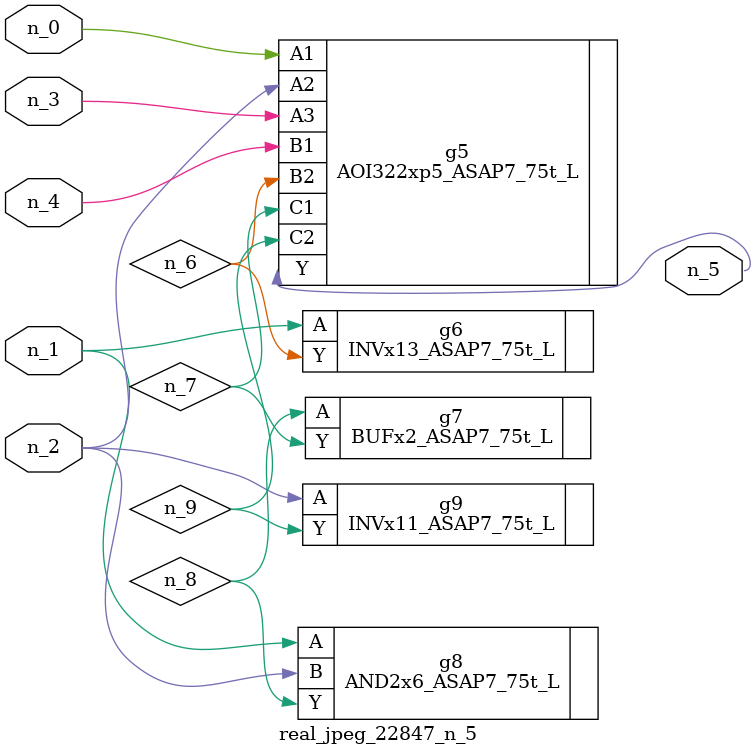
<source format=v>
module real_jpeg_22847_n_5 (n_4, n_0, n_1, n_2, n_3, n_5);

input n_4;
input n_0;
input n_1;
input n_2;
input n_3;

output n_5;

wire n_8;
wire n_6;
wire n_7;
wire n_9;

AOI322xp5_ASAP7_75t_L g5 ( 
.A1(n_0),
.A2(n_2),
.A3(n_3),
.B1(n_4),
.B2(n_6),
.C1(n_7),
.C2(n_9),
.Y(n_5)
);

INVx13_ASAP7_75t_L g6 ( 
.A(n_1),
.Y(n_6)
);

AND2x6_ASAP7_75t_L g8 ( 
.A(n_1),
.B(n_2),
.Y(n_8)
);

INVx11_ASAP7_75t_L g9 ( 
.A(n_2),
.Y(n_9)
);

BUFx2_ASAP7_75t_L g7 ( 
.A(n_8),
.Y(n_7)
);


endmodule
</source>
